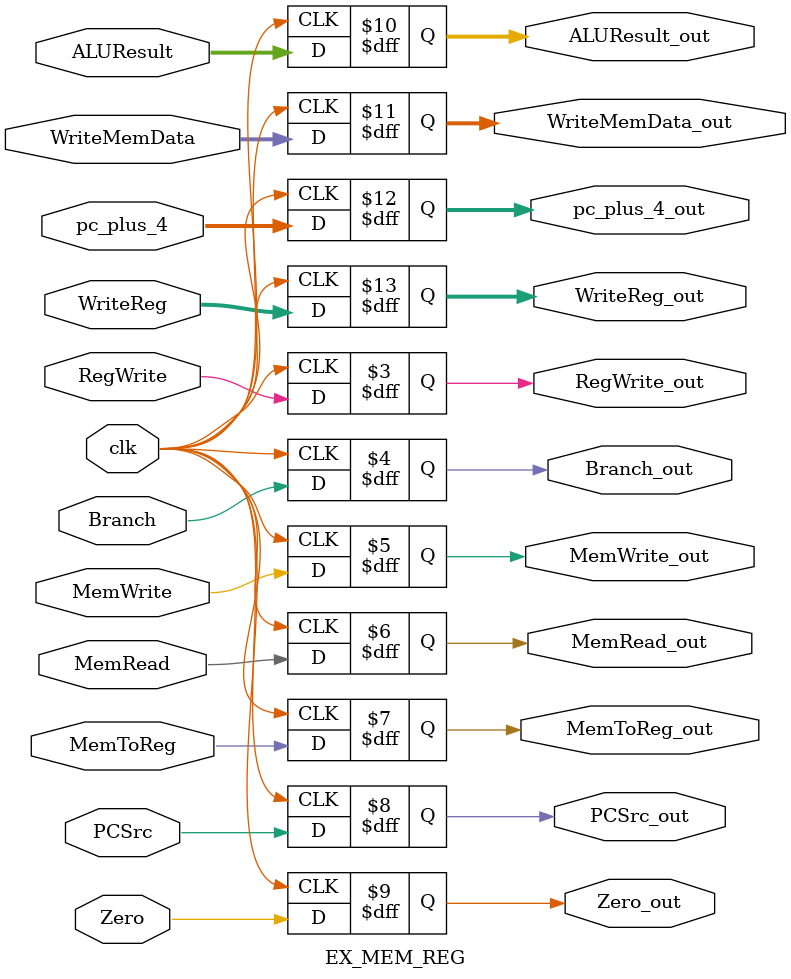
<source format=v>
`timescale 1ns / 1ps


module EX_MEM_REG(clk, RegWrite, Branch, MemWrite, MemRead, MemToReg, PCSrc, Zero, ALUResult, WriteMemData, pc_plus_4, WriteReg, 
                    RegWrite_out, Branch_out, MemWrite_out, MemRead_out, MemToReg_out, PCSrc_out, Zero_out, 
                    ALUResult_out, WriteMemData_out, pc_plus_4_out, WriteReg_out);
                    
        input clk;
        input RegWrite, Branch, MemWrite, MemRead, MemToReg, PCSrc;
        input Zero;
        input [63:0] ALUResult;
        input [31:0] WriteMemData, pc_plus_4;
        input [4:0] WriteReg;
        
        output reg RegWrite_out, Branch_out, MemWrite_out, MemRead_out, MemToReg_out, PCSrc_out;
        output reg Zero_out;
        output reg [63:0] ALUResult_out;
        output reg [31:0] WriteMemData_out, pc_plus_4_out;
        output reg [4:0] WriteReg_out;
        
//        reg PRegWrite, PBranch, PMemWrite, PMemRead, PMemToReg;
        
        initial begin
            RegWrite_out = 0;
            Branch_out = 0;
            MemWrite_out = 0;
            MemRead_out = 0;
            MemToReg_out = 0;        
            pc_plus_4_out = 0;
            Zero_out = 0;
            ALUResult_out = 0;
            WriteMemData_out = 0;
            WriteReg_out = 0;
            PCSrc_out = 0;
        end
        
//        always @(posedge clk)   begin
//        PRegWrite <= RegWrite;
//        PBranch <= Branch;
//        PMemWrite <= MemWrite;
//        PMemRead <= MemRead;
//        PMemToReg <= MemToReg;   
//        end
        
        always @(posedge clk)   begin
            pc_plus_4_out <= pc_plus_4;
            Zero_out <= Zero;
            ALUResult_out <= ALUResult;
            WriteMemData_out <= WriteMemData;
            WriteReg_out <= WriteReg;
            RegWrite_out <= RegWrite;
            Branch_out <= Branch;
            MemWrite_out <= MemWrite;
            MemRead_out <= MemRead;
            MemToReg_out <= MemToReg;
            PCSrc_out <= PCSrc;
        end       
        
endmodule

</source>
